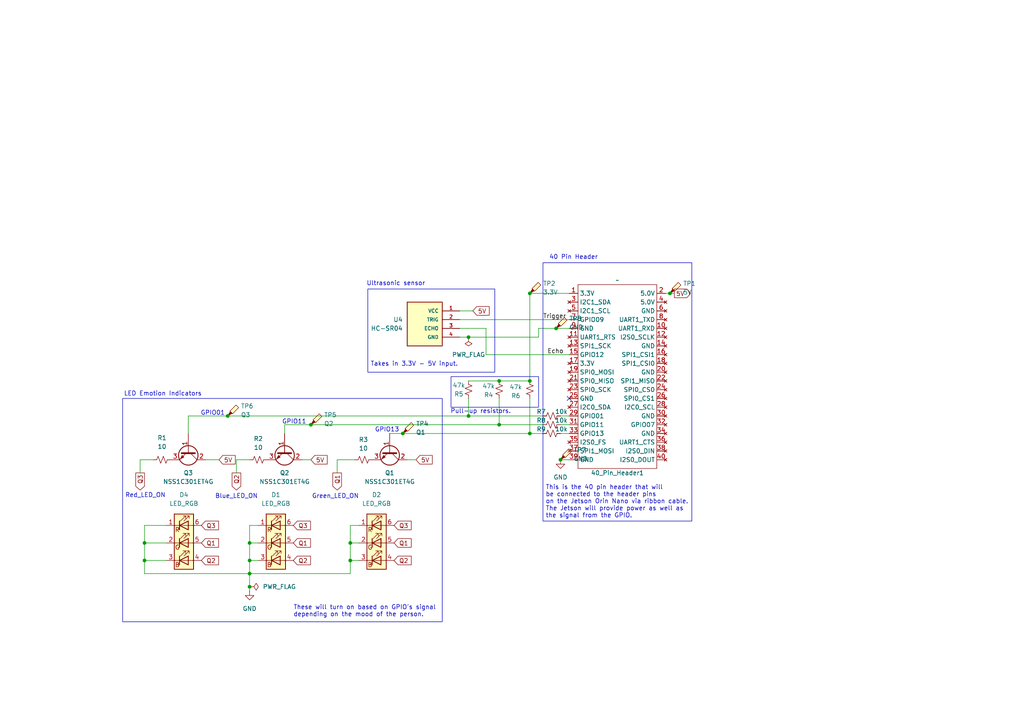
<source format=kicad_sch>
(kicad_sch (version 20231120) (generator "eeschema") (generator_version "8.0")
  (paper "A4")
  (title_block (title "Emotion-Adaptive-Smart-Home") (date "2024-11-20") (rev "4") (company "411 Group 6") (comment 1 "Kamal Smith") (comment 2 "Kilo Bao") (comment 3 "Luan Nguyen") (comment 4 "Samuel Shen"))
  (lib_symbols
    (symbol "Connector:TestPoint_Probe" (pin_numbers hide) (pin_names (offset 0.762) hide)
      (property "Reference" "TP" (at 1.651 5.842 0))
      (property "Value" "TestPoint_Probe" (at 1.651 4.064 0))
      (symbol "TestPoint_Probe_0_1"
        (polyline (pts (xy 1.27 0.762) (xy 0 0) (xy 0.762 1.27) (xy 1.27 0.762)) (fill (type outline)))
        (polyline (pts (xy 1.397 0.635) (xy 0.635 1.397) (xy 2.413 3.175) (xy 3.175 2.413) (xy 1.397 0.635)) (fill (type background)))
      )
      (symbol "TestPoint_Probe_1_1"
        (pin passive line (at 0 0 90) (length 0) (name "1") (number "1"))
      )
    )
    (symbol "Device:LED_RGB" (pin_names (offset 0) hide)
      (property "Reference" "D" (at 0 9.398 0))
      (property "Value" "LED_RGB" (at 0 -8.89 0))
      (symbol "LED_RGB_0_0"
        (text "B" (at -1.905 -6.35 0) (effects (font (size 1.27 1.27))))
        (text "G" (at -1.905 -1.27 0) (effects (font (size 1.27 1.27))))
        (text "R" (at -1.905 3.81 0) (effects (font (size 1.27 1.27))))
      )
      (symbol "LED_RGB_0_1"
        (polyline (pts (xy -1.27 -5.08) (xy -2.54 -5.08)))
        (polyline (pts (xy -1.27 -5.08) (xy 1.27 -5.08)))
        (polyline (pts (xy -1.27 -3.81) (xy -1.27 -6.35)) (stroke (width 0.254)))
        (polyline (pts (xy -1.27 0) (xy -2.54 0)))
        (polyline (pts (xy -1.27 1.27) (xy -1.27 -1.27)) (stroke (width 0.254)))
        (polyline (pts (xy -1.27 5.08) (xy -2.54 5.08)))
        (polyline (pts (xy -1.27 5.08) (xy 1.27 5.08)))
        (polyline (pts (xy -1.27 6.35) (xy -1.27 3.81)) (stroke (width 0.254)))
        (polyline (pts (xy 1.27 -5.08) (xy 2.54 -5.08)))
        (polyline (pts (xy 1.27 0) (xy -1.27 0)))
        (polyline (pts (xy 1.27 0) (xy 2.54 0)))
        (polyline (pts (xy 1.27 5.08) (xy 2.54 5.08)))
        (polyline (pts (xy -1.27 1.27) (xy -1.27 -1.27) (xy -1.27 -1.27)))
        (polyline (pts (xy -1.27 6.35) (xy -1.27 3.81) (xy -1.27 3.81)))
        (polyline (pts (xy 1.27 -3.81) (xy 1.27 -6.35) (xy -1.27 -5.08) (xy 1.27 -3.81)) (stroke (width 0.254)))
        (polyline (pts (xy 1.27 1.27) (xy 1.27 -1.27) (xy -1.27 0) (xy 1.27 1.27)) (stroke (width 0.254)))
        (polyline (pts (xy 1.27 6.35) (xy 1.27 3.81) (xy -1.27 5.08) (xy 1.27 6.35)) (stroke (width 0.254)))
        (polyline (pts (xy -1.016 -3.81) (xy 0.508 -2.286) (xy -0.254 -2.286) (xy 0.508 -2.286) (xy 0.508 -3.048)))
        (polyline (pts (xy -1.016 1.27) (xy 0.508 2.794) (xy -0.254 2.794) (xy 0.508 2.794) (xy 0.508 2.032)))
        (polyline (pts (xy -1.016 6.35) (xy 0.508 7.874) (xy -0.254 7.874) (xy 0.508 7.874) (xy 0.508 7.112)))
        (polyline (pts (xy 0 -3.81) (xy 1.524 -2.286) (xy 0.762 -2.286) (xy 1.524 -2.286) (xy 1.524 -3.048)))
        (polyline (pts (xy 0 1.27) (xy 1.524 2.794) (xy 0.762 2.794) (xy 1.524 2.794) (xy 1.524 2.032)))
        (polyline (pts (xy 0 6.35) (xy 1.524 7.874) (xy 0.762 7.874) (xy 1.524 7.874) (xy 1.524 7.112)))
        (rectangle (start 1.27 -1.27) (end 1.27 1.27))
        (rectangle (start 1.27 1.27) (end 1.27 1.27))
        (rectangle (start 1.27 3.81) (end 1.27 6.35))
        (rectangle (start 1.27 6.35) (end 1.27 6.35))
        (rectangle (start 2.794 8.382) (end -2.794 -7.62) (stroke (width 0.254)) (fill (type background)))
      )
      (symbol "LED_RGB_1_1"
        (pin passive line (at -5.08 5.08 0) (length 2.54) (name "RK") (number "1"))
        (pin passive line (at -5.08 0 0) (length 2.54) (name "GK") (number "2"))
        (pin passive line (at -5.08 -5.08 0) (length 2.54) (name "BK") (number "3"))
        (pin passive line (at 5.08 -5.08 180) (length 2.54) (name "BA") (number "4"))
        (pin passive line (at 5.08 0 180) (length 2.54) (name "GA") (number "5"))
        (pin passive line (at 5.08 5.08 180) (length 2.54) (name "RA") (number "6"))
      )
    )
    (symbol "Device:Q_NPN_BCE" (pin_names (offset 0) hide)
      (property "Reference" "Q3" (at 6.35 0 90))
      (property "Value" "NSS1C301ET4G" (at 8.89 0 90))
      (symbol "Q_NPN_BCE_0_1"
        (polyline (pts (xy 0.635 0.635) (xy 2.54 2.54)))
        (polyline (pts (xy 0.635 -0.635) (xy 2.54 -2.54) (xy 2.54 -2.54)))
        (polyline (pts (xy 0.635 1.905) (xy 0.635 -1.905) (xy 0.635 -1.905)) (stroke (width 0.508)))
        (polyline (pts (xy 1.27 -1.778) (xy 1.778 -1.27) (xy 2.286 -2.286) (xy 1.27 -1.778) (xy 1.27 -1.778)) (fill (type outline)))
        (circle (center 1.27 0) (radius 2.8194) (stroke (width 0.254)))
      )
      (symbol "Q_NPN_BCE_1_1"
        (pin input line (at -5.08 0 0) (length 5.715) (name "B") (number "1"))
        (pin passive line (at 2.54 5.08 270) (length 2.54) (name "C") (number "2"))
        (pin passive line (at 2.54 -5.08 90) (length 2.54) (name "E") (number "3"))
      )
    )
    (symbol "Device:R_Small_US" (pin_numbers hide) (pin_names (offset 0.254) hide)
      (property "Reference" "R1" (at 6.35 0 90))
      (property "Value" "10" (at 3.81 0 90))
      (symbol "R_Small_US_1_1"
        (polyline (pts (xy 0 0) (xy 1.016 -0.381) (xy 0 -0.762) (xy -1.016 -1.143) (xy 0 -1.524)))
        (polyline (pts (xy 0 1.524) (xy 1.016 1.143) (xy 0 0.762) (xy -1.016 0.381) (xy 0 0)))
        (pin passive line (at 0 2.54 270) (length 1.016) (name "~") (number "1"))
        (pin passive line (at 0 -2.54 90) (length 1.016) (name "~") (number "2"))
      )
    )
    (symbol "HC-SR04:HC-SR04" (pin_names (offset 1.016))
      (property "Reference" "U" (at 0 5.0813 0))
      (property "Value" "HC-SR04" (at 0 -10.163 0))
      (symbol "HC-SR04_0_0"
        (rectangle (start 0 -7.62) (end 10.16 5.08) (stroke (width 0.254)) (fill (type background)))
        (pin power_in line (at -5.08 2.54 0) (length 5.08) (name "VCC") (number "1"))
        (pin bidirectional line (at -5.08 0 0) (length 5.08) (name "TRIG") (number "2"))
        (pin bidirectional line (at -5.08 -2.54 0) (length 5.08) (name "ECHO") (number "3"))
        (pin power_in line (at -5.08 -5.08 0) (length 5.08) (name "GND") (number "4"))
      )
    )
    (symbol "JetsonNano40pin_1"
      (property "Reference" "40_Pin_Header" (at 0 44.45 0))
      (property "Value" "~" (at 0 41.91 0))
      (symbol "JetsonNano40pin_1_0_0"
        (pin input line (at -13.97 -10.16 0) (length 2.54) (name "GND") (number "39"))
      )
      (symbol "JetsonNano40pin_1_1_0"
        (pin power_out line (at -13.97 38.1 0) (length 2.54) (name "3.3V") (number "1"))
        (pin no_connect line (at 13.97 27.94 180) (length 2.54) (name "UART1_RXD") (number "10"))
        (pin no_connect line (at -13.97 25.4 0) (length 2.54) (name "UART1_RTS") (number "11"))
        (pin no_connect line (at 13.97 25.4 180) (length 2.54) (name "I2S0_SCLK") (number "12"))
        (pin no_connect line (at -13.97 22.86 0) (length 2.54) (name "SPI1_SCK") (number "13"))
        (pin no_connect line (at 13.97 22.86 180) (length 2.54) (name "GND") (number "14"))
        (pin bidirectional line (at -13.97 20.32 0) (length 2.54) (name "GPIO12") (number "15"))
        (pin no_connect line (at 13.97 20.32 180) (length 2.54) (name "SPI1_CSI1") (number "16"))
        (pin no_connect line (at -13.97 17.78 0) (length 2.54) (name "3.3V") (number "17"))
        (pin no_connect line (at 13.97 17.78 180) (length 2.54) (name "SPI1_CSI0") (number "18"))
        (pin no_connect line (at -13.97 15.24 0) (length 2.54) (name "SPI0_MOSI") (number "19"))
        (pin power_out line (at 13.97 38.1 180) (length 2.54) (name "5.0V") (number "2"))
        (pin no_connect line (at 13.97 15.24 180) (length 2.54) (name "GND") (number "20"))
        (pin no_connect line (at -13.97 12.7 0) (length 2.54) (name "SPI0_MISO") (number "21"))
        (pin no_connect line (at 13.97 12.7 180) (length 2.54) (name "SPI1_MISO") (number "22"))
        (pin no_connect line (at -13.97 10.16 0) (length 2.54) (name "SPI0_SCK") (number "23"))
        (pin no_connect line (at 13.97 10.16 180) (length 2.54) (name "SPI0_CS0") (number "24"))
        (pin input line (at -13.97 7.62 0) (length 2.54) (name "GND") (number "25"))
        (pin no_connect line (at 13.97 7.62 180) (length 2.54) (name "SPI0_CS1") (number "26"))
        (pin no_connect line (at -13.97 5.08 0) (length 2.54) (name "I2C0_SDA") (number "27"))
        (pin no_connect line (at 13.97 5.08 180) (length 2.54) (name "I2C0_SCL") (number "28"))
        (pin bidirectional line (at -13.97 2.54 0) (length 2.54) (name "GPIO01") (number "29"))
        (pin no_connect line (at -13.97 35.56 0) (length 2.54) (name "I2C1_SDA") (number "3"))
        (pin no_connect line (at 13.97 2.54 180) (length 2.54) (name "GND") (number "30"))
        (pin bidirectional line (at -13.97 0 0) (length 2.54) (name "GPIO11") (number "31"))
        (pin no_connect line (at 13.97 0 180) (length 2.54) (name "GPIO07") (number "32"))
        (pin bidirectional line (at -13.97 -2.54 0) (length 2.54) (name "GPIO13") (number "33"))
        (pin no_connect line (at 13.97 -2.54 180) (length 2.54) (name "GND") (number "34"))
        (pin no_connect line (at -13.97 -5.08 0) (length 2.54) (name "I2S0_FS") (number "35"))
        (pin no_connect line (at 13.97 -5.08 180) (length 2.54) (name "UART1_CTS") (number "36"))
        (pin no_connect line (at -13.97 -7.62 0) (length 2.54) (name "SPI1_MOSI") (number "37"))
        (pin no_connect line (at 13.97 -7.62 180) (length 2.54) (name "I2S0_DIN") (number "38"))
        (pin no_connect line (at 13.97 35.56 180) (length 2.54) (name "5.0V") (number "4"))
        (pin no_connect line (at 13.97 -10.16 180) (length 2.54) (name "I2S0_DOUT") (number "40"))
        (pin no_connect line (at -13.97 33.02 0) (length 2.54) (name "I2C1_SCL") (number "5"))
        (pin no_connect line (at 13.97 33.02 180) (length 2.54) (name "GND") (number "6"))
        (pin bidirectional line (at -13.97 30.48 0) (length 2.54) (name "GPIO09") (number "7"))
        (pin no_connect line (at 13.97 30.48 180) (length 2.54) (name "UART1_TXD") (number "8"))
        (pin input line (at -13.97 27.94 0) (length 2.54) (name "GND") (number "9"))
      )
      (symbol "JetsonNano40pin_1_1_1"
        (rectangle (start -11.43 40.64) (end 11.43 -12.7))
      )
    )
    (symbol "Q_NPN_BCE_1" (pin_names (offset 0) hide)
      (property "Reference" "Q2" (at 6.35 0 90))
      (property "Value" "NSS1C301ET4G" (at 8.89 0 90))
      (symbol "Q_NPN_BCE_1_0_1"
        (polyline (pts (xy 0.635 0.635) (xy 2.54 2.54)))
        (polyline (pts (xy 0.635 -0.635) (xy 2.54 -2.54) (xy 2.54 -2.54)))
        (polyline (pts (xy 0.635 1.905) (xy 0.635 -1.905) (xy 0.635 -1.905)) (stroke (width 0.508)))
        (polyline (pts (xy 1.27 -1.778) (xy 1.778 -1.27) (xy 2.286 -2.286) (xy 1.27 -1.778) (xy 1.27 -1.778)) (fill (type outline)))
        (circle (center 1.27 0) (radius 2.8194) (stroke (width 0.254)))
      )
      (symbol "Q_NPN_BCE_1_1_1"
        (pin input line (at -5.08 0 0) (length 5.715) (name "B") (number "1"))
        (pin passive line (at 2.54 5.08 270) (length 2.54) (name "C") (number "2"))
        (pin passive line (at 2.54 -5.08 90) (length 2.54) (name "E") (number "3"))
      )
    )
    (symbol "Q_NPN_BCE_2" (pin_names (offset 0) hide)
      (property "Reference" "Q1" (at 6.35 0 90))
      (property "Value" "NSS1C301ET4G" (at 8.89 0 90))
      (symbol "Q_NPN_BCE_2_0_1"
        (polyline (pts (xy 0.635 0.635) (xy 2.54 2.54)))
        (polyline (pts (xy 0.635 -0.635) (xy 2.54 -2.54) (xy 2.54 -2.54)))
        (polyline (pts (xy 0.635 1.905) (xy 0.635 -1.905) (xy 0.635 -1.905)) (stroke (width 0.508)))
        (polyline (pts (xy 1.27 -1.778) (xy 1.778 -1.27) (xy 2.286 -2.286) (xy 1.27 -1.778) (xy 1.27 -1.778)) (fill (type outline)))
        (circle (center 1.27 0) (radius 2.8194) (stroke (width 0.254)))
      )
      (symbol "Q_NPN_BCE_2_1_1"
        (pin input line (at -5.08 0 0) (length 5.715) (name "B") (number "1"))
        (pin passive line (at 2.54 5.08 270) (length 2.54) (name "C") (number "2"))
        (pin passive line (at 2.54 -5.08 90) (length 2.54) (name "E") (number "3"))
      )
    )
    (symbol "power:GND" (power) (pin_numbers hide) (pin_names (offset 0) hide)
      (property "Value" "GND" (at 0 -3.81 0))
      (symbol "GND_0_1"
        (polyline (pts (xy 0 0) (xy 0 -1.27) (xy 1.27 -1.27) (xy 0 -2.54) (xy -1.27 -1.27) (xy 0 -1.27)))
      )
      (symbol "GND_1_1"
        (pin power_in line (at 0 0 270) (length 0) (name "~") (number "1"))
      )
    )
    (symbol "power:PWR_FLAG" (power) (pin_numbers hide) (pin_names (offset 0) hide)
      (property "Value" "PWR_FLAG" (at 0 3.81 0))
      (symbol "PWR_FLAG_0_0"
        (pin power_out line (at 0 0 90) (length 0) (name "~") (number "1"))
      )
      (symbol "PWR_FLAG_0_1"
        (polyline (pts (xy 0 0) (xy 0 1.27) (xy -1.016 1.905) (xy 0 2.54) (xy 1.016 1.905) (xy 0 1.27)))
      )
    )
  )
  (junction (at 161.29 95.25))
  (junction (at 153.67 85.09))
  (junction (at 144.78 123.19))
  (junction (at 153.67 125.73))
  (junction (at 66.04 120.65))
  (junction (at 72.39 162.56))
  (junction (at 135.89 97.79))
  (junction (at 72.39 157.48))
  (junction (at 41.91 162.56))
  (junction (at 72.39 170.18))
  (junction (at 41.91 157.48))
  (junction (at 101.6 157.48))
  (junction (at 116.84 125.73))
  (junction (at 194.31 85.09))
  (junction (at 144.78 110.49))
  (junction (at 72.39 166.37))
  (junction (at 162.56 133.35))
  (junction (at 90.17 123.19))
  (junction (at 153.67 110.49))
  (junction (at 135.89 120.65))
  (junction (at 101.6 162.56))
  (no_connect (at 165.1 115.57))
  (wire (pts (xy 133.35 92.71) (xy 165.1 92.71)))
  (wire (pts (xy 162.56 125.73) (xy 165.1 125.73)))
  (wire (pts (xy 133.35 90.17) (xy 137.16 90.17)))
  (wire (pts (xy 41.91 162.56) (xy 41.91 166.37)))
  (wire (pts (xy 41.91 152.4) (xy 41.91 157.48)))
  (wire (pts (xy 82.55 123.19) (xy 82.55 125.73)))
  (wire (pts (xy 41.91 166.37) (xy 72.39 166.37)))
  (wire (pts (xy 135.89 110.49) (xy 144.78 110.49)))
  (wire (pts (xy 133.35 97.79) (xy 135.89 97.79)))
  (wire (pts (xy 72.39 171.45) (xy 72.39 170.18)))
  (wire (pts (xy 40.64 133.35) (xy 44.45 133.35)))
  (wire (pts (xy 68.58 133.35) (xy 72.39 133.35)))
  (wire (pts (xy 140.97 95.25) (xy 140.97 102.87)))
  (wire (pts (xy 135.89 115.57) (xy 135.89 120.65)))
  (wire (pts (xy 113.03 125.73) (xy 116.84 125.73)))
  (wire (pts (xy 72.39 162.56) (xy 74.93 162.56)))
  (wire (pts (xy 74.93 157.48) (xy 72.39 157.48)))
  (wire (pts (xy 90.17 123.19) (xy 144.78 123.19)))
  (wire (pts (xy 101.6 152.4) (xy 101.6 157.48)))
  (wire (pts (xy 193.04 85.09) (xy 194.31 85.09)))
  (wire (pts (xy 153.67 85.09) (xy 165.1 85.09)))
  (wire (pts (xy 54.61 120.65) (xy 66.04 120.65)))
  (wire (pts (xy 118.11 133.35) (xy 120.65 133.35)))
  (wire (pts (xy 87.63 133.35) (xy 90.17 133.35)))
  (wire (pts (xy 153.67 85.09) (xy 153.67 110.49)))
  (wire (pts (xy 153.67 125.73) (xy 157.48 125.73)))
  (wire (pts (xy 194.31 85.09) (xy 195.58 85.09)))
  (wire (pts (xy 104.14 157.48) (xy 101.6 157.48)))
  (wire (pts (xy 140.97 102.87) (xy 165.1 102.87)))
  (wire (pts (xy 162.56 123.19) (xy 165.1 123.19)))
  (wire (pts (xy 156.21 97.79) (xy 156.21 95.25)))
  (wire (pts (xy 59.69 133.35) (xy 63.5 133.35)))
  (wire (pts (xy 101.6 166.37) (xy 72.39 166.37)))
  (wire (pts (xy 54.61 120.65) (xy 54.61 125.73)))
  (wire (pts (xy 74.93 152.4) (xy 72.39 152.4)))
  (wire (pts (xy 135.89 120.65) (xy 157.48 120.65)))
  (wire (pts (xy 162.56 133.35) (xy 165.1 133.35)))
  (wire (pts (xy 82.55 123.19) (xy 90.17 123.19)))
  (wire (pts (xy 68.58 137.16) (xy 68.58 133.35)))
  (wire (pts (xy 97.79 137.16) (xy 97.79 133.35)))
  (wire (pts (xy 101.6 162.56) (xy 101.6 166.37)))
  (wire (pts (xy 41.91 157.48) (xy 41.91 162.56)))
  (wire (pts (xy 162.56 120.65) (xy 165.1 120.65)))
  (wire (pts (xy 156.21 95.25) (xy 161.29 95.25)))
  (wire (pts (xy 133.35 95.25) (xy 140.97 95.25)))
  (wire (pts (xy 41.91 157.48) (xy 48.26 157.48)))
  (wire (pts (xy 72.39 157.48) (xy 72.39 162.56)))
  (wire (pts (xy 40.64 137.16) (xy 40.64 133.35)))
  (wire (pts (xy 101.6 162.56) (xy 104.14 162.56)))
  (wire (pts (xy 161.29 95.25) (xy 165.1 95.25)))
  (wire (pts (xy 116.84 125.73) (xy 153.67 125.73)))
  (wire (pts (xy 48.26 152.4) (xy 41.91 152.4)))
  (wire (pts (xy 72.39 152.4) (xy 72.39 157.48)))
  (wire (pts (xy 144.78 115.57) (xy 144.78 123.19)))
  (wire (pts (xy 41.91 162.56) (xy 48.26 162.56)))
  (wire (pts (xy 135.89 97.79) (xy 156.21 97.79)))
  (wire (pts (xy 101.6 157.48) (xy 101.6 162.56)))
  (wire (pts (xy 144.78 110.49) (xy 153.67 110.49)))
  (wire (pts (xy 104.14 152.4) (xy 101.6 152.4)))
  (wire (pts (xy 72.39 170.18) (xy 72.39 166.37)))
  (wire (pts (xy 144.78 123.19) (xy 157.48 123.19)))
  (wire (pts (xy 153.67 115.57) (xy 153.67 125.73)))
  (wire (pts (xy 66.04 120.65) (xy 135.89 120.65)))
  (wire (pts (xy 72.39 166.37) (xy 72.39 162.56)))
  (wire (pts (xy 97.79 133.35) (xy 102.87 133.35)))
  (rectangle (start 106.68 83.82) (end 143.51 107.95))
  (rectangle (start 35.56 115.57) (end 128.27 180.34))
  (rectangle (start 130.81 109.22) (end 156.21 118.11))
  (rectangle (start 157.48 76.2) (end 200.66 151.13))
  (text "Pull-up resistors." (at 139.446 119.38 0) (effects (font (size 1.27 1.27))))
  (text "GPIO11" (at 85.344 122.428 0) (effects (font (size 1.27 1.27))))
  (text "GPIO13" (at 112.268 124.714 0) (effects (font (size 1.27 1.27))))
  (text "This is the 40 pin header that will \nbe connected to the header pins \non the Jetson Orin Nano via ribbon cable.\nThe Jetson will provide power as well as \nthe signal from the GPIO.\n" (at 158.242 145.542 0) (effects (font (size 1.27 1.27)) (justify left)))
  (text "Takes in 3.3V - 5V input." (at 107.442 105.664 0) (effects (font (size 1.27 1.27)) (justify left)))
  (text "Blue_LED_ON\n\n" (at 68.58 145.034 0) (effects (font (size 1.27 1.27))))
  (text "LED Emotion Indicators" (at 47.244 114.3 0) (effects (font (size 1.27 1.27))))
  (text "Ultrasonic sensor " (at 115.316 82.296 0) (effects (font (size 1.27 1.27))))
  (text "These will turn on based on GPIO's signal\ndepending on the mood of the person." (at 85.09 177.292 0) (effects (font (size 1.27 1.27)) (justify left)))
  (text "Green_LED_ON" (at 97.282 144.018 0) (effects (font (size 1.27 1.27))))
  (text "Red_LED_ON\n\n" (at 42.164 144.78 0) (effects (font (size 1.27 1.27))))
  (text "GPIO01" (at 61.722 119.888 0) (effects (font (size 1.27 1.27))))
  (text "40 Pin Header" (at 166.37 74.676 0) (effects (font (size 1.27 1.27))))
  (label "Echo" (at 158.75 102.87 0))
  (label "Trigger" (at 157.48 92.71 0))
  (global_label "5V" (shape input) (at 120.65 133.35 0) (property "Intersheetrefs" "${INTERSHEET_REFS}" (effects (hide yes))))
  (global_label "Q3" (shape input) (at 85.09 152.4 0) (property "Intersheetrefs" "${INTERSHEET_REFS}" (effects (hide yes))))
  (global_label "Q3" (shape output) (at 40.64 137.16 270) (property "Intersheetrefs" "${INTERSHEET_REFS}" (effects (hide yes))))
  (global_label "Q1" (shape input) (at 58.42 157.48 0) (property "Intersheetrefs" "${INTERSHEET_REFS}" (effects (hide yes))))
  (global_label "Q3" (shape input) (at 114.3 152.4 0) (property "Intersheetrefs" "${INTERSHEET_REFS}" (effects (hide yes))))
  (global_label "5V" (shape output) (at 195.58 85.09 0) (property "Intersheetrefs" "${INTERSHEET_REFS}" (effects (hide yes))))
  (global_label "5V" (shape input) (at 137.16 90.17 0) (property "Intersheetrefs" "${INTERSHEET_REFS}" (effects (hide yes))))
  (global_label "5V" (shape input) (at 63.5 133.35 0) (property "Intersheetrefs" "${INTERSHEET_REFS}" (effects (hide yes))))
  (global_label "Q1" (shape input) (at 85.09 157.48 0) (property "Intersheetrefs" "${INTERSHEET_REFS}" (effects (hide yes))))
  (global_label "Q2" (shape input) (at 114.3 162.56 0) (property "Intersheetrefs" "${INTERSHEET_REFS}" (effects (hide yes))))
  (global_label "Q2" (shape input) (at 58.42 162.56 0) (property "Intersheetrefs" "${INTERSHEET_REFS}" (effects (hide yes))))
  (global_label "Q2" (shape output) (at 68.58 137.16 270) (property "Intersheetrefs" "${INTERSHEET_REFS}" (effects (hide yes))))
  (global_label "5V" (shape input) (at 90.17 133.35 0) (property "Intersheetrefs" "${INTERSHEET_REFS}" (effects (hide yes))))
  (global_label "Q3" (shape input) (at 58.42 152.4 0) (property "Intersheetrefs" "${INTERSHEET_REFS}" (effects (hide yes))))
  (global_label "Q1" (shape input) (at 114.3 157.48 0) (property "Intersheetrefs" "${INTERSHEET_REFS}" (effects (hide yes))))
  (global_label "Q2" (shape input) (at 85.09 162.56 0) (property "Intersheetrefs" "${INTERSHEET_REFS}" (effects (hide yes))))
  (global_label "Q1" (shape output) (at 97.79 137.16 270) (property "Intersheetrefs" "${INTERSHEET_REFS}" (effects (hide yes))))
  (symbol (lib_name "JetsonNano40pin_1") (lib_id "JetsonNano40pin:JetsonNano40pin") (at 179.07 123.19 0) (unit 1)
    (property "Reference" "40_Pin_Header1" (at 179.07 137.16 0))
    (property "Value" "~" (at 179.07 81.28 0))
    (property "Footprint" "Connector_PinHeader_2.54mm:PinHeader_2x40_P2.54mm_Vertical" (effects (hide yes)))
  )
  (symbol (lib_id "Connector:TestPoint_Probe") (at 153.67 85.09 0) (unit 1)
    (property "Reference" "TP2" (at 157.48 82.2324 0) (effects (justify left)))
    (property "Value" "3.3V" (at 157.48 84.7724 0) (effects (justify left)))
    (property "Footprint" "TestPoint:TestPoint_Pad_1.0x1.0mm" (effects (hide yes)))
    (property "Description" "test point (alternative probe-style design)" (effects (hide yes)))
  )
  (symbol (lib_id "Device:LED_RGB") (at 80.01 157.48 0) (unit 1)
    (property "Reference" "D1" (at 80.01 143.51 0))
    (property "Value" "LED_RGB" (at 80.01 146.05 0))
    (property "Footprint" "LED_SMD:LED_RGB_5050-6" (effects (hide yes)))
    (property "Description" "RGB LED, 6 pin package" (effects (hide yes)))
  )
  (symbol (lib_id "Device:R_Small_US") (at 74.93 133.35 90) (unit 1)
    (property "Reference" "R2" (at 74.93 127.254 90))
    (property "Value" "10" (at 74.93 129.794 90))
    (property "Footprint" "Resistor_THT:R_Axial_DIN0411_L9.9mm_D3.6mm_P5.08mm_Vertical" (effects (hide yes)))
    (property "Description" "Resistor, small US symbol" (effects (hide yes)))
  )
  (symbol (lib_id "Device:R_Small_US") (at 153.67 113.03 0) (unit 1)
    (property "Reference" "R6" (at 149.606 114.808 0))
    (property "Value" "47k" (at 149.606 112.268 0))
    (property "Footprint" "Resistor_THT:R_Axial_DIN0411_L9.9mm_D3.6mm_P5.08mm_Vertical" (effects (hide yes)))
    (property "Description" "Resistor, small US symbol" (effects (hide yes)))
  )
  (symbol (lib_id "Device:R_Small_US") (at 160.02 120.65 90) (unit 1)
    (property "Reference" "R7" (at 156.972 119.38 90))
    (property "Value" "10k" (at 162.814 119.38 90))
    (property "Footprint" "Resistor_THT:R_Axial_DIN0411_L9.9mm_D3.6mm_P5.08mm_Vertical" (effects (hide yes)))
    (property "Description" "Resistor, small US symbol" (effects (hide yes)))
  )
  (symbol (lib_id "Connector:TestPoint_Probe") (at 161.29 95.25 0) (unit 1)
    (property "Reference" "TP8" (at 165.1 92.3924 0) (effects (justify left)))
    (property "Value" "GND" (at 165.1 94.9324 0) (effects (justify left)))
    (property "Footprint" "TestPoint:TestPoint_Pad_1.0x1.0mm" (effects (hide yes)))
    (property "Description" "test point (alternative probe-style design)" (effects (hide yes)))
  )
  (symbol (lib_id "Device:Q_NPN_BCE") (at 54.61 130.81 270) (unit 1)
    (property "Reference" "Q3" (at 54.61 137.16 90))
    (property "Value" "NSS1C301ET4G" (at 54.61 139.7 90))
    (property "Footprint" "NSS1C301ET4G:DPAK-4_6P22X6P73_ONS" (effects (hide yes)))
    (property "Description" "NPN transistor, base/collector/emitter" (effects (hide yes)))
  )
  (symbol (lib_id "Connector:TestPoint_Probe") (at 66.04 120.65 0) (unit 1)
    (property "Reference" "TP6" (at 69.85 117.7924 0) (effects (justify left)))
    (property "Value" "Q3" (at 69.85 120.3324 0) (effects (justify left)))
    (property "Footprint" "TestPoint:TestPoint_Pad_1.0x1.0mm" (effects (hide yes)))
    (property "Description" "test point (alternative probe-style design)" (effects (hide yes)))
  )
  (symbol (lib_id "power:PWR_FLAG") (at 135.89 97.79 180) (unit 1)
    (property "Reference" "#FLG02" (effects (hide yes)))
    (property "Value" "PWR_FLAG" (at 135.89 102.87 0))
    (property "Description" "Special symbol for telling ERC where power comes from" (effects (hide yes)))
  )
  (symbol (lib_id "Connector:TestPoint_Probe") (at 90.17 123.19 0) (unit 1)
    (property "Reference" "TP5" (at 93.98 120.3324 0) (effects (justify left)))
    (property "Value" "Q2" (at 93.98 122.8724 0) (effects (justify left)))
    (property "Footprint" "TestPoint:TestPoint_Pad_1.0x1.0mm" (effects (hide yes)))
    (property "Description" "test point (alternative probe-style design)" (effects (hide yes)))
  )
  (symbol (lib_id "Device:LED_RGB") (at 109.22 157.48 0) (unit 1)
    (property "Reference" "D2" (at 109.22 143.51 0))
    (property "Value" "LED_RGB" (at 109.22 146.05 0))
    (property "Footprint" "LED_SMD:LED_RGB_5050-6" (effects (hide yes)))
    (property "Description" "RGB LED, 6 pin package" (effects (hide yes)))
  )
  (symbol (lib_id "Device:R_Small_US") (at 105.41 133.35 90) (unit 1)
    (property "Reference" "R3" (at 105.41 127.508 90))
    (property "Value" "10" (at 105.41 130.048 90))
    (property "Footprint" "Resistor_THT:R_Axial_DIN0411_L9.9mm_D3.6mm_P5.08mm_Vertical" (effects (hide yes)))
    (property "Description" "Resistor, small US symbol" (effects (hide yes)))
  )
  (symbol (lib_id "Device:R_Small_US") (at 160.02 125.73 90) (unit 1)
    (property "Reference" "R9" (at 156.972 124.46 90))
    (property "Value" "10k" (at 162.814 124.46 90))
    (property "Footprint" "Resistor_THT:R_Axial_DIN0411_L9.9mm_D3.6mm_P5.08mm_Vertical" (effects (hide yes)))
    (property "Description" "Resistor, small US symbol" (effects (hide yes)))
  )
  (symbol (lib_id "Device:R_Small_US") (at 160.02 123.19 90) (unit 1)
    (property "Reference" "R8" (at 156.972 121.92 90))
    (property "Value" "10k" (at 162.814 121.92 90))
    (property "Footprint" "Resistor_THT:R_Axial_DIN0411_L9.9mm_D3.6mm_P5.08mm_Vertical" (effects (hide yes)))
    (property "Description" "Resistor, small US symbol" (effects (hide yes)))
  )
  (symbol (lib_id "Connector:TestPoint_Probe") (at 162.56 133.35 0) (unit 1)
    (property "Reference" "TP7" (at 166.37 130.4924 0) (effects (justify left)))
    (property "Value" "GND" (at 166.37 133.0324 0) (effects (justify left)))
    (property "Footprint" "TestPoint:TestPoint_Pad_1.0x1.0mm" (effects (hide yes)))
    (property "Description" "test point (alternative probe-style design)" (effects (hide yes)))
  )
  (symbol (lib_id "Device:LED_RGB") (at 53.34 157.48 0) (unit 1)
    (property "Reference" "D4" (at 53.34 143.51 0))
    (property "Value" "LED_RGB" (at 53.34 146.05 0))
    (property "Footprint" "LED_SMD:LED_RGB_5050-6" (effects (hide yes)))
    (property "Description" "RGB LED, 6 pin package" (effects (hide yes)))
  )
  (symbol (lib_id "Device:R_Small_US") (at 46.99 133.35 90) (unit 1)
    (property "Reference" "R1" (at 46.99 127 90))
    (property "Value" "10" (at 46.99 129.54 90))
    (property "Footprint" "Resistor_THT:R_Axial_DIN0411_L9.9mm_D3.6mm_P5.08mm_Vertical" (effects (hide yes)))
    (property "Description" "Resistor, small US symbol" (effects (hide yes)))
  )
  (symbol (lib_id "HC-SR04:HC-SR04") (at 128.27 92.71 0) (mirror y) (unit 1)
    (property "Reference" "U4" (at 116.84 92.7099 0) (effects (justify left)))
    (property "Value" "HC-SR04" (at 116.84 95.2499 0) (effects (justify left)))
    (property "Footprint" "Connector_PinSocket_2.54mm:PinSocket_1x04_P2.54mm_Vertical" (effects (hide yes)))
    (property "MF" "SparkFun Electronics" (effects (hide yes)))
    (property "Description_1" "\n                        \n                            HC-SR04 Ultrasonic Sensor Qwiic Platform Evaluation Expansion Board\n                        \n" (effects (hide yes)))
    (property "Package" "None" (effects (hide yes)))
    (property "Price" "None" (effects (hide yes)))
    (property "Check_prices" "https://www.snapeda.com/parts/HC-SR04/SparkFun+Electronics/view-part/?ref=eda" (effects (hide yes)))
    (property "SnapEDA_Link" "https://www.snapeda.com/parts/HC-SR04/SparkFun+Electronics/view-part/?ref=snap" (effects (hide yes)))
    (property "MP" "HC-SR04" (effects (hide yes)))
    (property "Availability" "Not in stock" (effects (hide yes)))
    (property "MANUFACTURER" "Osepp" (effects (hide yes)))
  )
  (symbol (lib_id "power:GND") (at 162.56 133.35 0) (unit 1)
    (property "Reference" "#PWR017" (effects (hide yes)))
    (property "Value" "GND" (at 162.56 138.43 0))
    (property "Description" "Power symbol creates a global label with name \"GND\" , ground" (effects (hide yes)))
  )
  (symbol (lib_id "Device:R_Small_US") (at 144.78 113.03 0) (unit 1)
    (property "Reference" "R4" (at 141.732 114.554 0))
    (property "Value" "47k" (at 141.732 112.014 0))
    (property "Footprint" "Resistor_THT:R_Axial_DIN0411_L9.9mm_D3.6mm_P5.08mm_Vertical" (effects (hide yes)))
    (property "Description" "Resistor, small US symbol" (effects (hide yes)))
  )
  (symbol (lib_id "Device:R_Small_US") (at 135.89 113.03 0) (unit 1)
    (property "Reference" "R5" (at 133.096 114.3 0))
    (property "Value" "47k" (at 133.096 111.76 0))
    (property "Footprint" "Resistor_THT:R_Axial_DIN0411_L9.9mm_D3.6mm_P5.08mm_Vertical" (effects (hide yes)))
    (property "Description" "Resistor, small US symbol" (effects (hide yes)))
  )
  (symbol (lib_name "Q_NPN_BCE_1") (lib_id "Device:Q_NPN_BCE") (at 82.55 130.81 270) (unit 1)
    (property "Reference" "Q2" (at 82.55 137.16 90))
    (property "Value" "NSS1C301ET4G" (at 82.55 139.7 90))
    (property "Footprint" "NSS1C301ET4G:DPAK-4_6P22X6P73_ONS" (effects (hide yes)))
    (property "Description" "NPN transistor, base/collector/emitter" (effects (hide yes)))
  )
  (symbol (lib_id "power:PWR_FLAG") (at 72.39 170.18 270) (unit 1)
    (property "Reference" "#FLG01" (effects (hide yes)))
    (property "Value" "PWR_FLAG" (at 76.2 170.1799 90) (effects (justify left)))
    (property "Description" "Special symbol for telling ERC where power comes from" (effects (hide yes)))
  )
  (symbol (lib_name "Q_NPN_BCE_2") (lib_id "Device:Q_NPN_BCE") (at 113.03 130.81 270) (unit 1)
    (property "Reference" "Q1" (at 113.03 137.16 90))
    (property "Value" "NSS1C301ET4G" (at 113.03 139.7 90))
    (property "Footprint" "NSS1C301ET4G:DPAK-4_6P22X6P73_ONS" (effects (hide yes)))
    (property "Description" "NPN transistor, base/collector/emitter" (effects (hide yes)))
  )
  (symbol (lib_id "power:GND") (at 72.39 171.45 0) (unit 1)
    (property "Reference" "#PWR01" (effects (hide yes)))
    (property "Value" "GND" (at 72.39 176.53 0))
    (property "Description" "Power symbol creates a global label with name \"GND\" , ground" (effects (hide yes)))
  )
  (symbol (lib_id "Connector:TestPoint_Probe") (at 194.31 85.09 0) (unit 1)
    (property "Reference" "TP1" (at 198.12 82.2324 0) (effects (justify left)))
    (property "Value" "5V" (at 198.12 84.7724 0) (effects (justify left)))
    (property "Footprint" "TestPoint:TestPoint_Pad_1.0x1.0mm" (effects (hide yes)))
    (property "Description" "test point (alternative probe-style design)" (effects (hide yes)))
  )
  (symbol (lib_id "Connector:TestPoint_Probe") (at 116.84 125.73 0) (unit 1)
    (property "Reference" "TP4" (at 120.65 122.8724 0) (effects (justify left)))
    (property "Value" "Q1" (at 120.65 125.4124 0) (effects (justify left)))
    (property "Footprint" "TestPoint:TestPoint_Pad_1.0x1.0mm" (effects (hide yes)))
    (property "Description" "test point (alternative probe-style design)" (effects (hide yes)))
  )
)
</source>
